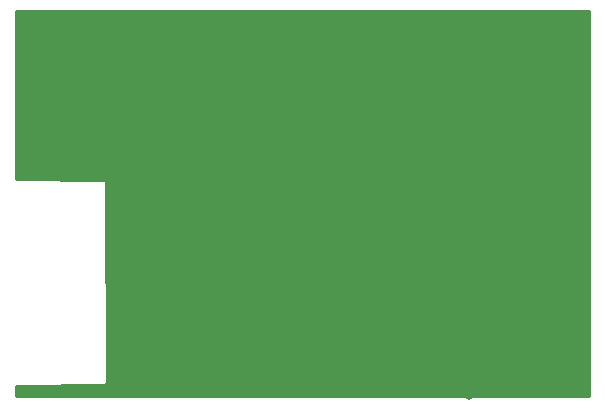
<source format=gbr>
G04 #@! TF.GenerationSoftware,KiCad,Pcbnew,(5.1.5-0-10_14)*
G04 #@! TF.CreationDate,2021-02-22T04:56:10+00:00*
G04 #@! TF.ProjectId,esp12f-si7021,65737031-3266-42d7-9369-373032312e6b,rev?*
G04 #@! TF.SameCoordinates,Original*
G04 #@! TF.FileFunction,Copper,L2,Bot*
G04 #@! TF.FilePolarity,Positive*
%FSLAX46Y46*%
G04 Gerber Fmt 4.6, Leading zero omitted, Abs format (unit mm)*
G04 Created by KiCad (PCBNEW (5.1.5-0-10_14)) date 2021-02-22 04:56:10*
%MOMM*%
%LPD*%
G04 APERTURE LIST*
%ADD10C,0.800000*%
%ADD11C,0.254000*%
G04 APERTURE END LIST*
D10*
X44551600Y-21503200D03*
X39024560Y-23662200D03*
X40513000Y-21630200D03*
X48666400Y-27878600D03*
X33121600Y-41518400D03*
X26568400Y-41518400D03*
X23749000Y-32730000D03*
X33451800Y-33746000D03*
X23545800Y-38267200D03*
X28829000Y-32958600D03*
X15519400Y-15712000D03*
X23190200Y-15483400D03*
X48793400Y-23814600D03*
X15290800Y-46496800D03*
X45669200Y-41493000D03*
X46329600Y-34381000D03*
X47777400Y-15635800D03*
X53019960Y-16433360D03*
X38866531Y-28872009D03*
X51531520Y-21559080D03*
X51531520Y-24373400D03*
X39557960Y-46588240D03*
X39065200Y-26532400D03*
X41737280Y-26120920D03*
X44922440Y-23448840D03*
X47802800Y-19903000D03*
X35209480Y-35681480D03*
X28630880Y-37992880D03*
X30840680Y-41640320D03*
X31201360Y-37992880D03*
X31150560Y-32750320D03*
X15214600Y-23809520D03*
X23053040Y-19699800D03*
X41584880Y-30108720D03*
X26228040Y-35407160D03*
X20518120Y-46608560D03*
X41798240Y-23514880D03*
X52456080Y-41640320D03*
X61269880Y-22676680D03*
X55361840Y-22676680D03*
X52608480Y-46969240D03*
X30007560Y-15376720D03*
X30518520Y-21118479D03*
X57693560Y-36138680D03*
X62108080Y-33121160D03*
X62301120Y-43921240D03*
X52684680Y-33476760D03*
X58171080Y-39969000D03*
X61020960Y-19994440D03*
X58328560Y-45755120D03*
X26863040Y-21051080D03*
D11*
G36*
X62815001Y-47031000D02*
G01*
X14274000Y-47031000D01*
X14274000Y-46168955D01*
X21820777Y-46039581D01*
X21845508Y-46036717D01*
X21869205Y-46029082D01*
X21890957Y-46016972D01*
X21909929Y-46000850D01*
X21925391Y-45981337D01*
X21936748Y-45959183D01*
X21943566Y-45935238D01*
X21945599Y-45912032D01*
X21869399Y-28868632D01*
X21866848Y-28843867D01*
X21859514Y-28820075D01*
X21847680Y-28798171D01*
X21831800Y-28778997D01*
X21812485Y-28763289D01*
X21790476Y-28751651D01*
X21766619Y-28744531D01*
X21743572Y-28742205D01*
X14274000Y-28673255D01*
X14274000Y-14401000D01*
X62815000Y-14401000D01*
X62815001Y-47031000D01*
G37*
X62815001Y-47031000D02*
X14274000Y-47031000D01*
X14274000Y-46168955D01*
X21820777Y-46039581D01*
X21845508Y-46036717D01*
X21869205Y-46029082D01*
X21890957Y-46016972D01*
X21909929Y-46000850D01*
X21925391Y-45981337D01*
X21936748Y-45959183D01*
X21943566Y-45935238D01*
X21945599Y-45912032D01*
X21869399Y-28868632D01*
X21866848Y-28843867D01*
X21859514Y-28820075D01*
X21847680Y-28798171D01*
X21831800Y-28778997D01*
X21812485Y-28763289D01*
X21790476Y-28751651D01*
X21766619Y-28744531D01*
X21743572Y-28742205D01*
X14274000Y-28673255D01*
X14274000Y-14401000D01*
X62815000Y-14401000D01*
X62815001Y-47031000D01*
M02*

</source>
